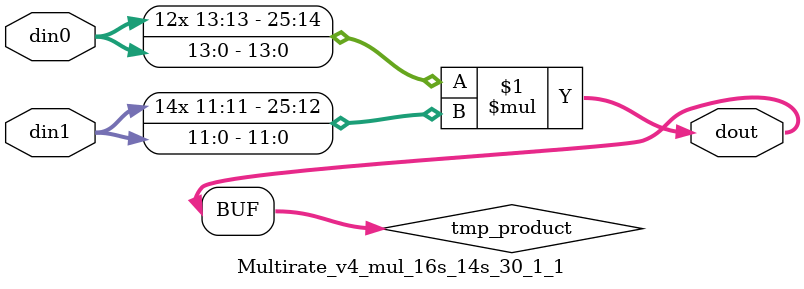
<source format=v>

`timescale 1 ns / 1 ps

 module Multirate_v4_mul_16s_14s_30_1_1(din0, din1, dout);
parameter ID = 1;
parameter NUM_STAGE = 0;
parameter din0_WIDTH = 14;
parameter din1_WIDTH = 12;
parameter dout_WIDTH = 26;

input [din0_WIDTH - 1 : 0] din0; 
input [din1_WIDTH - 1 : 0] din1; 
output [dout_WIDTH - 1 : 0] dout;

wire signed [dout_WIDTH - 1 : 0] tmp_product;



























assign tmp_product = $signed(din0) * $signed(din1);








assign dout = tmp_product;





















endmodule

</source>
